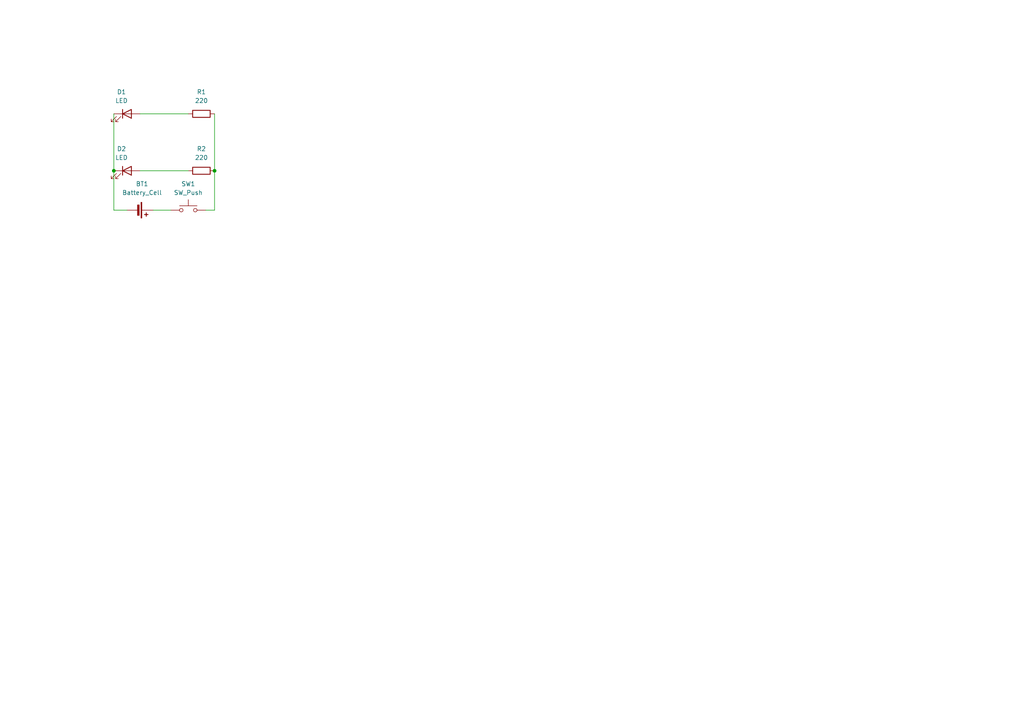
<source format=kicad_sch>
(kicad_sch (version 20250114) (generator "eeschema") (generator_version "9.0")
  (paper "A4")
  (lib_symbols
    (symbol "Device:Battery_Cell" (pin_numbers (hide yes)) (pin_names (offset 0) (hide yes))
      (property "Reference" "BT" (at 2.54 2.54 0))
      (property "Value" "Battery_Cell" (at 2.54 0 0))
      (symbol "Battery_Cell_0_1"
        (rectangle (start -2.286 1.778) (end 2.286 1.524) (fill (type outline)))
        (rectangle (start -1.524 1.016) (end 1.524 0.508) (fill (type outline)))
        (polyline (pts (xy 0 1.778) (xy 0 2.54)))
        (polyline (pts (xy 0 0.762) (xy 0 0)))
        (polyline (pts (xy 0.762 3.048) (xy 1.778 3.048)) (stroke (width 0.254)))
        (polyline (pts (xy 1.27 3.556) (xy 1.27 2.54)) (stroke (width 0.254)))
      )
      (symbol "Battery_Cell_1_1"
        (pin passive line (at 0 5.08 270) (length 2.54) (name "+") (number "1"))
        (pin passive line (at 0 -2.54 90) (length 2.54) (name "-") (number "2"))
      )
    )
    (symbol "Device:LED" (pin_numbers (hide yes)) (pin_names (offset 1.016) (hide yes))
      (property "Reference" "D" (at 0 2.54 0))
      (property "Value" "LED" (at 0 -2.54 0))
      (symbol "LED_0_1"
        (polyline (pts (xy -3.048 -0.762) (xy -4.572 -2.286) (xy -3.81 -2.286) (xy -4.572 -2.286) (xy -4.572 -1.524)))
        (polyline (pts (xy -1.778 -0.762) (xy -3.302 -2.286) (xy -2.54 -2.286) (xy -3.302 -2.286) (xy -3.302 -1.524)))
        (polyline (pts (xy -1.27 0) (xy 1.27 0)))
        (polyline (pts (xy -1.27 -1.27) (xy -1.27 1.27)) (stroke (width 0.254)))
        (polyline (pts (xy 1.27 -1.27) (xy 1.27 1.27) (xy -1.27 0) (xy 1.27 -1.27)) (stroke (width 0.254)))
      )
      (symbol "LED_1_1"
        (pin passive line (at -3.81 0 0) (length 2.54) (name "K") (number "1"))
        (pin passive line (at 3.81 0 180) (length 2.54) (name "A") (number "2"))
      )
    )
    (symbol "Device:R" (pin_numbers (hide yes)) (pin_names (offset 0))
      (property "Reference" "R" (at 2.032 0 90))
      (property "Value" "R" (at 0 0 90))
      (symbol "R_0_1"
        (rectangle (start -1.016 -2.54) (end 1.016 2.54) (stroke (width 0.254)))
      )
      (symbol "R_1_1"
        (pin passive line (at 0 3.81 270) (length 1.27) (name "~") (number "1"))
        (pin passive line (at 0 -3.81 90) (length 1.27) (name "~") (number "2"))
      )
    )
    (symbol "Switch:SW_Push" (pin_numbers (hide yes)) (pin_names (offset 1.016) (hide yes))
      (property "Reference" "SW" (at 1.27 2.54 0))
      (property "Value" "SW_Push" (at 0 -1.524 0))
      (symbol "SW_Push_0_1"
        (circle (center -2.032 0) (radius 0.508))
        (polyline (pts (xy 0 1.27) (xy 0 3.048)))
        (circle (center 2.032 0) (radius 0.508))
        (polyline (pts (xy 2.54 1.27) (xy -2.54 1.27)))
        (pin passive line (at -5.08 0 0) (length 2.54) (name "1") (number "1"))
        (pin passive line (at 5.08 0 180) (length 2.54) (name "2") (number "2"))
      )
    )
  )
  (junction (at 62.23 49.53))
  (junction (at 33.02 49.53))
  (wire (pts (xy 62.23 33.02) (xy 62.23 49.53)))
  (wire (pts (xy 40.64 49.53) (xy 54.61 49.53)))
  (wire (pts (xy 36.83 60.96) (xy 33.02 60.96)))
  (wire (pts (xy 62.23 60.96) (xy 59.69 60.96)))
  (wire (pts (xy 33.02 60.96) (xy 33.02 49.53)))
  (wire (pts (xy 33.02 33.02) (xy 33.02 49.53)))
  (wire (pts (xy 44.45 60.96) (xy 49.53 60.96)))
  (wire (pts (xy 40.64 33.02) (xy 54.61 33.02)))
  (wire (pts (xy 62.23 49.53) (xy 62.23 60.96)))
  (symbol (lib_id "Device:R") (at 58.42 49.53 90) (unit 1)
    (property "Reference" "R2" (at 58.42 43.18 90))
    (property "Value" "220" (at 58.42 45.72 90))
    (property "Footprint" "Resistor_THT:R_Axial_DIN0207_L6.3mm_D2.5mm_P7.62mm_Horizontal" (effects (hide yes)))
    (property "Description" "Resistor" (effects (hide yes)))
  )
  (symbol (lib_id "Device:R") (at 58.42 33.02 90) (unit 1)
    (property "Reference" "R1" (at 58.42 26.67 90))
    (property "Value" "220" (at 58.42 29.21 90))
    (property "Footprint" "Resistor_THT:R_Axial_DIN0207_L6.3mm_D2.5mm_P7.62mm_Horizontal" (effects (hide yes)))
    (property "Description" "Resistor" (effects (hide yes)))
  )
  (symbol (lib_id "Device:Battery_Cell") (at 39.37 60.96 270) (unit 1)
    (property "Reference" "BT1" (at 41.2115 53.34 90))
    (property "Value" "Battery_Cell" (at 41.2115 55.88 90))
    (property "Footprint" "Battery:BatteryHolder_Keystone_3034_1x20mm" (effects (hide yes)))
    (property "Description" "Single-cell battery" (effects (hide yes)))
  )
  (symbol (lib_id "Switch:SW_Push") (at 54.61 60.96 0) (unit 1)
    (property "Reference" "SW1" (at 54.61 53.34 0))
    (property "Value" "SW_Push" (at 54.61 55.88 0))
    (property "Footprint" "Button_Switch_THT:SW_PUSH_6mm" (effects (hide yes)))
    (property "Description" "Push button switch, generic, two pins" (effects (hide yes)))
  )
  (symbol (lib_id "Device:LED") (at 36.83 49.53 0) (unit 1)
    (property "Reference" "D2" (at 35.2425 43.18 0))
    (property "Value" "LED" (at 35.2425 45.72 0))
    (property "Footprint" "LED_THT:LED_D5.0mm" (effects (hide yes)))
    (property "Description" "Light emitting diode" (effects (hide yes)))
    (property "Sim.Pins" "1=K 2=A" (effects (hide yes)))
  )
  (symbol (lib_id "Device:LED") (at 36.83 33.02 0) (unit 1)
    (property "Reference" "D1" (at 35.2425 26.67 0))
    (property "Value" "LED" (at 35.2425 29.21 0))
    (property "Footprint" "LED_THT:LED_D5.0mm" (effects (hide yes)))
    (property "Description" "Light emitting diode" (effects (hide yes)))
    (property "Sim.Pins" "1=K 2=A" (effects (hide yes)))
  )
)
</source>
